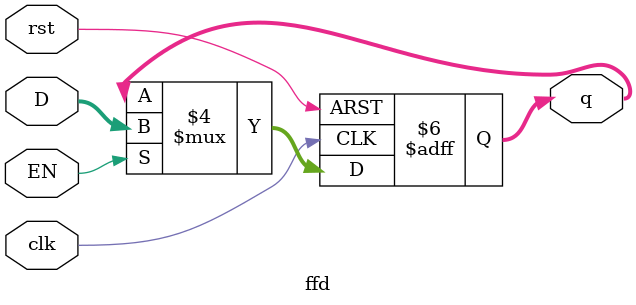
<source format=v>
module ffd (q, D, EN, clk, rst);
    output reg [7:0] q;
    input [7:0] D;
	 input EN, clk, rst;
   

    always @(posedge(clk), posedge(rst)) begin
      if (rst==1'b1)			q <= 1'b0;
		else if (EN==1'b1) 	q <= D;
	 end
endmodule

</source>
